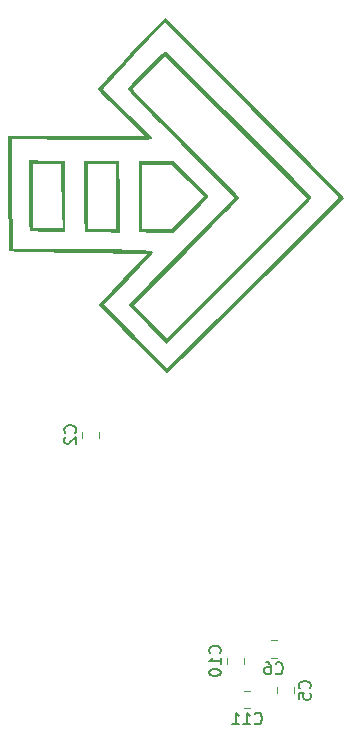
<source format=gbr>
%TF.GenerationSoftware,KiCad,Pcbnew,8.0.5*%
%TF.CreationDate,2024-10-22T17:04:07-05:00*%
%TF.ProjectId,395MainBoard,3339354d-6169-46e4-926f-6172642e6b69,rev?*%
%TF.SameCoordinates,Original*%
%TF.FileFunction,Legend,Bot*%
%TF.FilePolarity,Positive*%
%FSLAX46Y46*%
G04 Gerber Fmt 4.6, Leading zero omitted, Abs format (unit mm)*
G04 Created by KiCad (PCBNEW 8.0.5) date 2024-10-22 17:04:07*
%MOMM*%
%LPD*%
G01*
G04 APERTURE LIST*
%ADD10C,0.150000*%
%ADD11C,0.000000*%
%ADD12C,0.120000*%
G04 APERTURE END LIST*
D10*
X176892857Y-95654580D02*
X176940476Y-95702200D01*
X176940476Y-95702200D02*
X177083333Y-95749819D01*
X177083333Y-95749819D02*
X177178571Y-95749819D01*
X177178571Y-95749819D02*
X177321428Y-95702200D01*
X177321428Y-95702200D02*
X177416666Y-95606961D01*
X177416666Y-95606961D02*
X177464285Y-95511723D01*
X177464285Y-95511723D02*
X177511904Y-95321247D01*
X177511904Y-95321247D02*
X177511904Y-95178390D01*
X177511904Y-95178390D02*
X177464285Y-94987914D01*
X177464285Y-94987914D02*
X177416666Y-94892676D01*
X177416666Y-94892676D02*
X177321428Y-94797438D01*
X177321428Y-94797438D02*
X177178571Y-94749819D01*
X177178571Y-94749819D02*
X177083333Y-94749819D01*
X177083333Y-94749819D02*
X176940476Y-94797438D01*
X176940476Y-94797438D02*
X176892857Y-94845057D01*
X175940476Y-95749819D02*
X176511904Y-95749819D01*
X176226190Y-95749819D02*
X176226190Y-94749819D01*
X176226190Y-94749819D02*
X176321428Y-94892676D01*
X176321428Y-94892676D02*
X176416666Y-94987914D01*
X176416666Y-94987914D02*
X176511904Y-95035533D01*
X174988095Y-95749819D02*
X175559523Y-95749819D01*
X175273809Y-95749819D02*
X175273809Y-94749819D01*
X175273809Y-94749819D02*
X175369047Y-94892676D01*
X175369047Y-94892676D02*
X175464285Y-94987914D01*
X175464285Y-94987914D02*
X175559523Y-95035533D01*
X161679580Y-71045833D02*
X161727200Y-70998214D01*
X161727200Y-70998214D02*
X161774819Y-70855357D01*
X161774819Y-70855357D02*
X161774819Y-70760119D01*
X161774819Y-70760119D02*
X161727200Y-70617262D01*
X161727200Y-70617262D02*
X161631961Y-70522024D01*
X161631961Y-70522024D02*
X161536723Y-70474405D01*
X161536723Y-70474405D02*
X161346247Y-70426786D01*
X161346247Y-70426786D02*
X161203390Y-70426786D01*
X161203390Y-70426786D02*
X161012914Y-70474405D01*
X161012914Y-70474405D02*
X160917676Y-70522024D01*
X160917676Y-70522024D02*
X160822438Y-70617262D01*
X160822438Y-70617262D02*
X160774819Y-70760119D01*
X160774819Y-70760119D02*
X160774819Y-70855357D01*
X160774819Y-70855357D02*
X160822438Y-70998214D01*
X160822438Y-70998214D02*
X160870057Y-71045833D01*
X160870057Y-71426786D02*
X160822438Y-71474405D01*
X160822438Y-71474405D02*
X160774819Y-71569643D01*
X160774819Y-71569643D02*
X160774819Y-71807738D01*
X160774819Y-71807738D02*
X160822438Y-71902976D01*
X160822438Y-71902976D02*
X160870057Y-71950595D01*
X160870057Y-71950595D02*
X160965295Y-71998214D01*
X160965295Y-71998214D02*
X161060533Y-71998214D01*
X161060533Y-71998214D02*
X161203390Y-71950595D01*
X161203390Y-71950595D02*
X161774819Y-71379167D01*
X161774819Y-71379167D02*
X161774819Y-71998214D01*
X178666666Y-91404580D02*
X178714285Y-91452200D01*
X178714285Y-91452200D02*
X178857142Y-91499819D01*
X178857142Y-91499819D02*
X178952380Y-91499819D01*
X178952380Y-91499819D02*
X179095237Y-91452200D01*
X179095237Y-91452200D02*
X179190475Y-91356961D01*
X179190475Y-91356961D02*
X179238094Y-91261723D01*
X179238094Y-91261723D02*
X179285713Y-91071247D01*
X179285713Y-91071247D02*
X179285713Y-90928390D01*
X179285713Y-90928390D02*
X179238094Y-90737914D01*
X179238094Y-90737914D02*
X179190475Y-90642676D01*
X179190475Y-90642676D02*
X179095237Y-90547438D01*
X179095237Y-90547438D02*
X178952380Y-90499819D01*
X178952380Y-90499819D02*
X178857142Y-90499819D01*
X178857142Y-90499819D02*
X178714285Y-90547438D01*
X178714285Y-90547438D02*
X178666666Y-90595057D01*
X177809523Y-90499819D02*
X177999999Y-90499819D01*
X177999999Y-90499819D02*
X178095237Y-90547438D01*
X178095237Y-90547438D02*
X178142856Y-90595057D01*
X178142856Y-90595057D02*
X178238094Y-90737914D01*
X178238094Y-90737914D02*
X178285713Y-90928390D01*
X178285713Y-90928390D02*
X178285713Y-91309342D01*
X178285713Y-91309342D02*
X178238094Y-91404580D01*
X178238094Y-91404580D02*
X178190475Y-91452200D01*
X178190475Y-91452200D02*
X178095237Y-91499819D01*
X178095237Y-91499819D02*
X177904761Y-91499819D01*
X177904761Y-91499819D02*
X177809523Y-91452200D01*
X177809523Y-91452200D02*
X177761904Y-91404580D01*
X177761904Y-91404580D02*
X177714285Y-91309342D01*
X177714285Y-91309342D02*
X177714285Y-91071247D01*
X177714285Y-91071247D02*
X177761904Y-90976009D01*
X177761904Y-90976009D02*
X177809523Y-90928390D01*
X177809523Y-90928390D02*
X177904761Y-90880771D01*
X177904761Y-90880771D02*
X178095237Y-90880771D01*
X178095237Y-90880771D02*
X178190475Y-90928390D01*
X178190475Y-90928390D02*
X178238094Y-90976009D01*
X178238094Y-90976009D02*
X178285713Y-91071247D01*
X173929580Y-89722142D02*
X173977200Y-89674523D01*
X173977200Y-89674523D02*
X174024819Y-89531666D01*
X174024819Y-89531666D02*
X174024819Y-89436428D01*
X174024819Y-89436428D02*
X173977200Y-89293571D01*
X173977200Y-89293571D02*
X173881961Y-89198333D01*
X173881961Y-89198333D02*
X173786723Y-89150714D01*
X173786723Y-89150714D02*
X173596247Y-89103095D01*
X173596247Y-89103095D02*
X173453390Y-89103095D01*
X173453390Y-89103095D02*
X173262914Y-89150714D01*
X173262914Y-89150714D02*
X173167676Y-89198333D01*
X173167676Y-89198333D02*
X173072438Y-89293571D01*
X173072438Y-89293571D02*
X173024819Y-89436428D01*
X173024819Y-89436428D02*
X173024819Y-89531666D01*
X173024819Y-89531666D02*
X173072438Y-89674523D01*
X173072438Y-89674523D02*
X173120057Y-89722142D01*
X174024819Y-90674523D02*
X174024819Y-90103095D01*
X174024819Y-90388809D02*
X173024819Y-90388809D01*
X173024819Y-90388809D02*
X173167676Y-90293571D01*
X173167676Y-90293571D02*
X173262914Y-90198333D01*
X173262914Y-90198333D02*
X173310533Y-90103095D01*
X173024819Y-91293571D02*
X173024819Y-91388809D01*
X173024819Y-91388809D02*
X173072438Y-91484047D01*
X173072438Y-91484047D02*
X173120057Y-91531666D01*
X173120057Y-91531666D02*
X173215295Y-91579285D01*
X173215295Y-91579285D02*
X173405771Y-91626904D01*
X173405771Y-91626904D02*
X173643866Y-91626904D01*
X173643866Y-91626904D02*
X173834342Y-91579285D01*
X173834342Y-91579285D02*
X173929580Y-91531666D01*
X173929580Y-91531666D02*
X173977200Y-91484047D01*
X173977200Y-91484047D02*
X174024819Y-91388809D01*
X174024819Y-91388809D02*
X174024819Y-91293571D01*
X174024819Y-91293571D02*
X173977200Y-91198333D01*
X173977200Y-91198333D02*
X173929580Y-91150714D01*
X173929580Y-91150714D02*
X173834342Y-91103095D01*
X173834342Y-91103095D02*
X173643866Y-91055476D01*
X173643866Y-91055476D02*
X173405771Y-91055476D01*
X173405771Y-91055476D02*
X173215295Y-91103095D01*
X173215295Y-91103095D02*
X173120057Y-91150714D01*
X173120057Y-91150714D02*
X173072438Y-91198333D01*
X173072438Y-91198333D02*
X173024819Y-91293571D01*
X181539580Y-92698333D02*
X181587200Y-92650714D01*
X181587200Y-92650714D02*
X181634819Y-92507857D01*
X181634819Y-92507857D02*
X181634819Y-92412619D01*
X181634819Y-92412619D02*
X181587200Y-92269762D01*
X181587200Y-92269762D02*
X181491961Y-92174524D01*
X181491961Y-92174524D02*
X181396723Y-92126905D01*
X181396723Y-92126905D02*
X181206247Y-92079286D01*
X181206247Y-92079286D02*
X181063390Y-92079286D01*
X181063390Y-92079286D02*
X180872914Y-92126905D01*
X180872914Y-92126905D02*
X180777676Y-92174524D01*
X180777676Y-92174524D02*
X180682438Y-92269762D01*
X180682438Y-92269762D02*
X180634819Y-92412619D01*
X180634819Y-92412619D02*
X180634819Y-92507857D01*
X180634819Y-92507857D02*
X180682438Y-92650714D01*
X180682438Y-92650714D02*
X180730057Y-92698333D01*
X180634819Y-93603095D02*
X180634819Y-93126905D01*
X180634819Y-93126905D02*
X181111009Y-93079286D01*
X181111009Y-93079286D02*
X181063390Y-93126905D01*
X181063390Y-93126905D02*
X181015771Y-93222143D01*
X181015771Y-93222143D02*
X181015771Y-93460238D01*
X181015771Y-93460238D02*
X181063390Y-93555476D01*
X181063390Y-93555476D02*
X181111009Y-93603095D01*
X181111009Y-93603095D02*
X181206247Y-93650714D01*
X181206247Y-93650714D02*
X181444342Y-93650714D01*
X181444342Y-93650714D02*
X181539580Y-93603095D01*
X181539580Y-93603095D02*
X181587200Y-93555476D01*
X181587200Y-93555476D02*
X181634819Y-93460238D01*
X181634819Y-93460238D02*
X181634819Y-93222143D01*
X181634819Y-93222143D02*
X181587200Y-93126905D01*
X181587200Y-93126905D02*
X181539580Y-93079286D01*
D11*
%TO.C,G\u002A\u002A\u002A*%
G36*
X165458479Y-51075531D02*
G01*
X165484198Y-54119261D01*
X163998708Y-54092389D01*
X163974504Y-54091951D01*
X162513219Y-54065518D01*
X162459442Y-52605747D01*
X162456562Y-52525131D01*
X162437170Y-51840847D01*
X162422113Y-51063658D01*
X162421899Y-51045664D01*
X162756514Y-51045664D01*
X162756514Y-53822223D01*
X163974504Y-53822223D01*
X165192495Y-53822223D01*
X165166650Y-51072989D01*
X165140805Y-48323755D01*
X163948659Y-48296430D01*
X162756514Y-48269105D01*
X162756514Y-51045664D01*
X162421899Y-51045664D01*
X162412836Y-50283145D01*
X162410783Y-49588889D01*
X162415901Y-48031801D01*
X163924330Y-48031801D01*
X165432759Y-48031801D01*
X165458479Y-51075531D01*
G37*
G36*
X159326054Y-48005000D02*
G01*
X160858813Y-48031801D01*
X160858813Y-51048659D01*
X160858813Y-54065518D01*
X159447898Y-54042339D01*
X159365522Y-54040802D01*
X159247515Y-54038600D01*
X158756415Y-54025464D01*
X158345140Y-54008889D01*
X158051959Y-53990621D01*
X157915139Y-53972405D01*
X157914278Y-53972055D01*
X157878227Y-53912081D01*
X157849530Y-53755506D01*
X157827529Y-53485997D01*
X157811563Y-53087218D01*
X157800975Y-52542836D01*
X157795106Y-51836516D01*
X157793393Y-51000000D01*
X158085249Y-51000000D01*
X158085249Y-53724905D01*
X159365522Y-53724905D01*
X160645794Y-53724905D01*
X160582353Y-52338123D01*
X160559628Y-51752823D01*
X160538427Y-51007239D01*
X160523978Y-50261653D01*
X160518556Y-49613219D01*
X160518200Y-48275096D01*
X159301725Y-48275096D01*
X158085249Y-48275096D01*
X158085249Y-51000000D01*
X157793393Y-51000000D01*
X157793295Y-50951924D01*
X157793295Y-47978200D01*
X159326054Y-48005000D01*
G37*
G36*
X168572138Y-48033890D02*
G01*
X170057111Y-48035978D01*
X171516008Y-49492443D01*
X171662340Y-49639021D01*
X172080841Y-50063974D01*
X172441607Y-50438755D01*
X172724378Y-50741788D01*
X172908897Y-50951496D01*
X172974905Y-51046301D01*
X172965282Y-51067028D01*
X172852436Y-51207610D01*
X172628643Y-51455480D01*
X172313942Y-51789250D01*
X171928375Y-52187531D01*
X171491983Y-52628936D01*
X170009060Y-54114177D01*
X169814587Y-54114177D01*
X168588662Y-54114177D01*
X168371327Y-54113402D01*
X167888947Y-54105744D01*
X167492431Y-54091200D01*
X167218032Y-54071386D01*
X167102004Y-54047917D01*
X167095261Y-54024992D01*
X167080763Y-53842160D01*
X167069379Y-53498888D01*
X167061433Y-53019442D01*
X167057247Y-52428090D01*
X167057147Y-51749096D01*
X167060929Y-51097318D01*
X167330460Y-51097318D01*
X167330460Y-53822223D01*
X168572524Y-53822223D01*
X169814587Y-53822223D01*
X171200153Y-52434180D01*
X172585719Y-51046138D01*
X171246293Y-49709276D01*
X169906868Y-48372414D01*
X168618664Y-48372414D01*
X167330460Y-48372414D01*
X167330460Y-51097318D01*
X167060929Y-51097318D01*
X167061455Y-51006729D01*
X167087165Y-48031801D01*
X168572138Y-48033890D01*
G37*
G36*
X169325769Y-38738351D02*
G01*
X169419077Y-38815824D01*
X169636440Y-39018780D01*
X169965928Y-39335294D01*
X170395616Y-39753438D01*
X170913575Y-40261287D01*
X171507877Y-40846915D01*
X172166594Y-41498394D01*
X172877799Y-42203799D01*
X173629564Y-42951202D01*
X174409961Y-43728679D01*
X175207062Y-44524301D01*
X176008940Y-45326144D01*
X176803668Y-46122280D01*
X177579316Y-46900783D01*
X178323958Y-47649727D01*
X179025665Y-48357185D01*
X179672510Y-49011232D01*
X180252566Y-49599939D01*
X180753904Y-50111383D01*
X181164597Y-50533635D01*
X181472716Y-50854769D01*
X181666335Y-51062859D01*
X181733525Y-51145980D01*
X181671839Y-51221519D01*
X181481767Y-51425430D01*
X181172968Y-51747261D01*
X180755230Y-52177071D01*
X180238339Y-52704915D01*
X179632084Y-53320852D01*
X178946252Y-54014939D01*
X178190629Y-54777231D01*
X177375005Y-55597788D01*
X176509166Y-56466666D01*
X175602899Y-57373921D01*
X169472417Y-63503824D01*
X169472273Y-63503968D01*
X167866118Y-61900025D01*
X167591457Y-61624298D01*
X167163544Y-61188481D01*
X166797154Y-60807512D01*
X166511570Y-60501827D01*
X166326078Y-60291860D01*
X166259962Y-60198046D01*
X166268831Y-60182993D01*
X166382803Y-60052402D01*
X166619133Y-59800444D01*
X166966357Y-59438835D01*
X167413015Y-58979291D01*
X167947642Y-58433529D01*
X168558776Y-57813263D01*
X169234954Y-57130210D01*
X169964714Y-56396085D01*
X170736592Y-55622604D01*
X175213223Y-51145197D01*
X170687933Y-46620692D01*
X170369062Y-46301517D01*
X169608083Y-45536822D01*
X168893849Y-44814945D01*
X168237783Y-44147675D01*
X167651310Y-43546800D01*
X167145853Y-43024108D01*
X166732834Y-42591386D01*
X166423677Y-42260423D01*
X166229806Y-42043006D01*
X166162644Y-41950925D01*
X166163502Y-41948559D01*
X166551916Y-41948559D01*
X166563701Y-41963978D01*
X166684678Y-42093380D01*
X166927347Y-42343933D01*
X167280325Y-42704130D01*
X167732228Y-43162462D01*
X168271674Y-43707422D01*
X168887277Y-44327500D01*
X169567656Y-45011190D01*
X170301426Y-45746984D01*
X171077203Y-46523372D01*
X171400205Y-46846565D01*
X172160533Y-47609350D01*
X172874116Y-48328021D01*
X173529551Y-48990930D01*
X174115436Y-49586431D01*
X174620367Y-50102878D01*
X175032942Y-50528625D01*
X175341756Y-50852024D01*
X175535406Y-51061430D01*
X175602491Y-51145197D01*
X175593595Y-51160240D01*
X175479557Y-51290776D01*
X175243167Y-51542679D01*
X174895890Y-51904235D01*
X174449185Y-52363731D01*
X173914515Y-52909455D01*
X173303343Y-53529692D01*
X172627130Y-54212731D01*
X171897337Y-54946858D01*
X171125427Y-55720359D01*
X166648363Y-60198200D01*
X168060390Y-61607708D01*
X169472417Y-63017216D01*
X175408339Y-57081892D01*
X181344260Y-51146568D01*
X175335625Y-45137347D01*
X169326990Y-39128126D01*
X167939453Y-40513187D01*
X167850154Y-40602431D01*
X167437906Y-41017260D01*
X167081289Y-41380669D01*
X166800972Y-41671276D01*
X166617625Y-41867700D01*
X166551916Y-41948559D01*
X166163502Y-41948559D01*
X166170738Y-41928604D01*
X166279312Y-41782218D01*
X166495653Y-41533771D01*
X166795712Y-41207705D01*
X167155438Y-40828462D01*
X167550783Y-40420484D01*
X167957696Y-40008212D01*
X168352128Y-39616090D01*
X168710030Y-39268559D01*
X169007351Y-38990060D01*
X169220042Y-38805037D01*
X169324053Y-38737931D01*
X169325769Y-38738351D01*
G37*
G36*
X169365166Y-35947741D02*
G01*
X169519390Y-36089955D01*
X169793258Y-36353722D01*
X170176049Y-36728252D01*
X170657043Y-37202753D01*
X171225521Y-37766436D01*
X171870764Y-38408508D01*
X172582051Y-39118178D01*
X173348663Y-39884655D01*
X174159880Y-40697149D01*
X175004983Y-41544868D01*
X175873251Y-42417021D01*
X176753966Y-43302817D01*
X177636408Y-44191465D01*
X178509857Y-45072173D01*
X179363593Y-45934151D01*
X180186896Y-46766607D01*
X180969048Y-47558751D01*
X181699328Y-48299791D01*
X182367016Y-48978937D01*
X182961394Y-49585396D01*
X183471741Y-50108378D01*
X183887338Y-50537093D01*
X184197465Y-50860748D01*
X184391402Y-51068552D01*
X184458429Y-51149715D01*
X184420811Y-51193199D01*
X184257312Y-51363169D01*
X183974159Y-51651241D01*
X183582133Y-52046697D01*
X183092017Y-52538823D01*
X182514592Y-53116903D01*
X181860638Y-53770224D01*
X181140938Y-54488068D01*
X180366272Y-55259722D01*
X179547423Y-56074469D01*
X178695170Y-56921596D01*
X177820297Y-57790385D01*
X176933584Y-58670123D01*
X176045812Y-59550095D01*
X175167763Y-60419584D01*
X174310218Y-61267875D01*
X173483958Y-62084255D01*
X172699766Y-62858006D01*
X171968422Y-63578415D01*
X171300708Y-64234766D01*
X170707405Y-64816343D01*
X169467063Y-66030003D01*
X169461184Y-66024127D01*
X166598379Y-63162556D01*
X166293468Y-62857293D01*
X165699352Y-62259588D01*
X165157282Y-61710425D01*
X164681603Y-61224570D01*
X164286660Y-60816790D01*
X163986797Y-60501851D01*
X163796361Y-60294520D01*
X163729694Y-60209562D01*
X163738845Y-60191978D01*
X163850019Y-60056043D01*
X164074286Y-59805167D01*
X164395063Y-59457226D01*
X164795767Y-59030092D01*
X165259816Y-58541639D01*
X165770627Y-58009741D01*
X167811560Y-55895464D01*
X162000747Y-55824660D01*
X161780100Y-55821944D01*
X160505506Y-55804953D01*
X159414498Y-55787844D01*
X158497545Y-55770316D01*
X157745117Y-55752070D01*
X157147681Y-55732806D01*
X156695707Y-55712224D01*
X156379663Y-55690024D01*
X156190019Y-55665907D01*
X156117243Y-55639572D01*
X156115305Y-55634836D01*
X156101003Y-55493314D01*
X156087629Y-55178842D01*
X156075470Y-54710583D01*
X156064817Y-54107698D01*
X156055961Y-53389350D01*
X156049189Y-52574700D01*
X156044793Y-51682910D01*
X156043061Y-50733141D01*
X156041652Y-46200979D01*
X156333525Y-46200979D01*
X156355337Y-49208727D01*
X156355684Y-49256351D01*
X156362529Y-50106398D01*
X156370657Y-50980849D01*
X156379584Y-51835898D01*
X156388830Y-52627736D01*
X156397912Y-53312557D01*
X156406349Y-53846552D01*
X156435549Y-55476629D01*
X159434202Y-55476629D01*
X160658262Y-55478848D01*
X161941912Y-55486230D01*
X163143581Y-55498444D01*
X164250752Y-55515136D01*
X165250909Y-55535952D01*
X166131536Y-55560538D01*
X166880117Y-55588540D01*
X167484133Y-55619603D01*
X167931071Y-55653373D01*
X168208412Y-55689496D01*
X168303640Y-55727618D01*
X168290498Y-55755022D01*
X168170371Y-55909295D01*
X167938205Y-56177092D01*
X167610377Y-56540399D01*
X167203263Y-56981200D01*
X166733241Y-57481481D01*
X166216688Y-58023228D01*
X164129736Y-60196552D01*
X166795460Y-62867442D01*
X169461184Y-65538332D01*
X170025899Y-65010491D01*
X170064327Y-64974064D01*
X170260925Y-64783745D01*
X170581506Y-64470388D01*
X171015619Y-64044303D01*
X171552814Y-63515797D01*
X172182641Y-62895178D01*
X172894649Y-62192753D01*
X173678389Y-61418830D01*
X174523409Y-60583717D01*
X175419260Y-59697721D01*
X176355490Y-58771151D01*
X177321651Y-57814314D01*
X184052688Y-51145977D01*
X176689084Y-43730554D01*
X169325479Y-36315131D01*
X166697893Y-39092158D01*
X166538915Y-39260253D01*
X165969237Y-39863862D01*
X165446503Y-40419665D01*
X164985225Y-40912101D01*
X164599910Y-41325612D01*
X164305071Y-41644640D01*
X164115215Y-41853625D01*
X164044853Y-41937008D01*
X164053206Y-41954211D01*
X164166253Y-42083607D01*
X164397460Y-42322678D01*
X164729820Y-42654559D01*
X165146327Y-43062385D01*
X165629976Y-43529292D01*
X166163761Y-44038412D01*
X166377856Y-44242132D01*
X166893817Y-44739038D01*
X167352368Y-45189029D01*
X167736544Y-45574916D01*
X168029381Y-45879506D01*
X168213916Y-46085609D01*
X168273184Y-46176036D01*
X168245083Y-46189768D01*
X168078999Y-46210673D01*
X167759227Y-46227291D01*
X167279924Y-46239687D01*
X166635246Y-46247923D01*
X165819347Y-46252063D01*
X164826384Y-46252168D01*
X163650512Y-46248302D01*
X162285886Y-46240528D01*
X156333525Y-46200979D01*
X156041652Y-46200979D01*
X156041571Y-45940995D01*
X161837540Y-45915900D01*
X167633510Y-45890805D01*
X165632943Y-43995971D01*
X165547748Y-43915159D01*
X165037393Y-43425827D01*
X164579522Y-42978103D01*
X164192109Y-42590212D01*
X163893130Y-42280376D01*
X163700560Y-42066820D01*
X163632376Y-41967768D01*
X163661827Y-41917592D01*
X163807810Y-41737695D01*
X164060814Y-41448173D01*
X164403798Y-41067085D01*
X164819718Y-40612490D01*
X165291534Y-40102446D01*
X165802203Y-39555011D01*
X166334683Y-38988245D01*
X166871933Y-38420206D01*
X167396911Y-37868952D01*
X167892575Y-37352542D01*
X168341883Y-36889036D01*
X168727794Y-36496490D01*
X169033264Y-36192965D01*
X169241254Y-35996518D01*
X169334720Y-35925209D01*
X169365166Y-35947741D01*
G37*
D12*
%TO.C,C11*%
X176511252Y-92880000D02*
X175988748Y-92880000D01*
X176511252Y-94350000D02*
X175988748Y-94350000D01*
%TO.C,C2*%
X162265000Y-71473752D02*
X162265000Y-70951248D01*
X163735000Y-71473752D02*
X163735000Y-70951248D01*
%TO.C,C6*%
X178761252Y-88630000D02*
X178238748Y-88630000D01*
X178761252Y-90100000D02*
X178238748Y-90100000D01*
%TO.C,C10*%
X174515000Y-90626252D02*
X174515000Y-90103748D01*
X175985000Y-90626252D02*
X175985000Y-90103748D01*
%TO.C,C5*%
X178765000Y-92603748D02*
X178765000Y-93126252D01*
X180235000Y-92603748D02*
X180235000Y-93126252D01*
%TD*%
M02*

</source>
